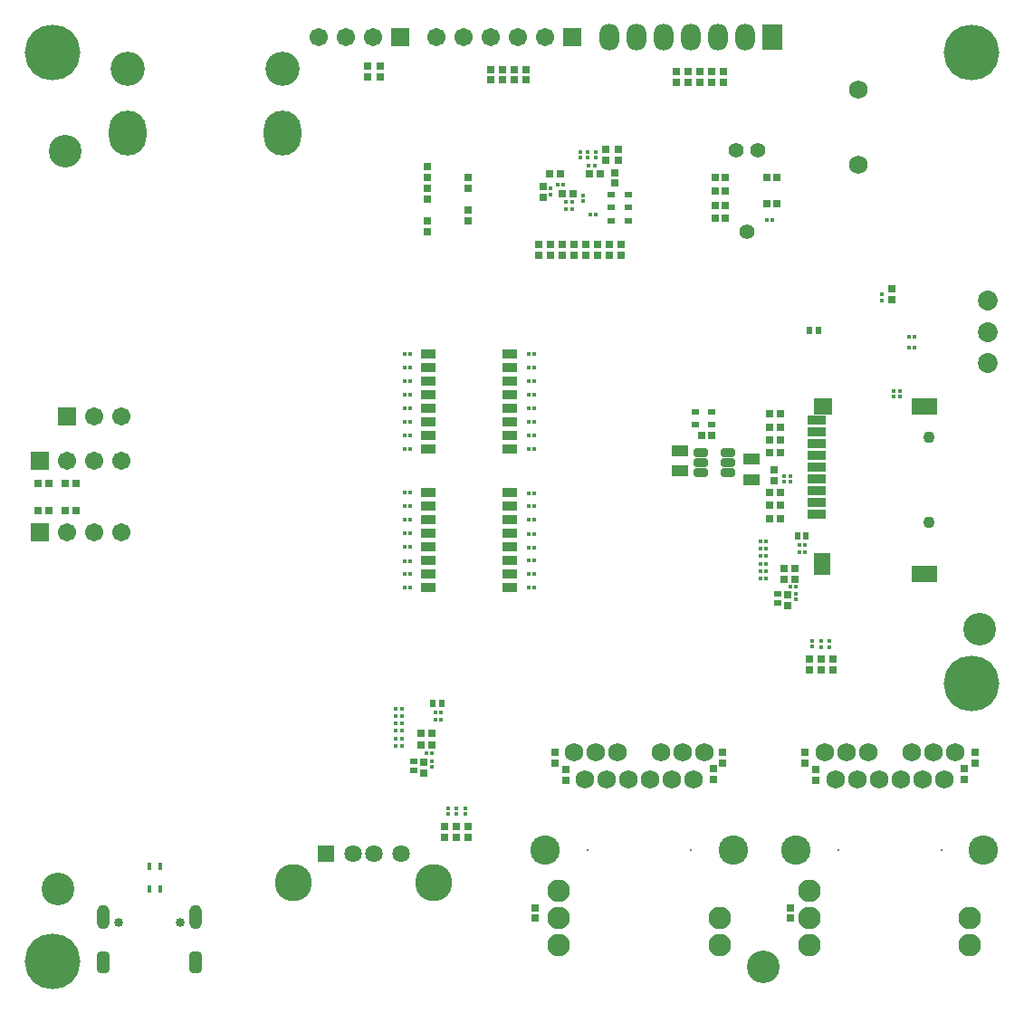
<source format=gbs>
G04*
G04 #@! TF.GenerationSoftware,Altium Limited,Altium Designer,18.1.6 (161)*
G04*
G04 Layer_Color=16711935*
%FSTAX24Y24*%
%MOIN*%
G70*
G01*
G75*
%ADD78R,0.0137X0.0297*%
%ADD88R,0.0150X0.0150*%
%ADD89R,0.0150X0.0150*%
%ADD91R,0.0316X0.0277*%
%ADD93R,0.0237X0.0277*%
%ADD94R,0.0280X0.0220*%
%ADD95R,0.0277X0.0316*%
%ADD99R,0.0277X0.0237*%
%ADD109R,0.0277X0.0277*%
%ADD110R,0.0316X0.0277*%
%ADD126R,0.0277X0.0316*%
G04:AMPARAMS|DCode=128|XSize=55.6mil|YSize=30.8mil|CornerRadius=6.9mil|HoleSize=0mil|Usage=FLASHONLY|Rotation=0.000|XOffset=0mil|YOffset=0mil|HoleType=Round|Shape=RoundedRectangle|*
%AMROUNDEDRECTD128*
21,1,0.0556,0.0171,0,0,0.0*
21,1,0.0419,0.0308,0,0,0.0*
1,1,0.0137,0.0210,-0.0086*
1,1,0.0137,-0.0210,-0.0086*
1,1,0.0137,-0.0210,0.0086*
1,1,0.0137,0.0210,0.0086*
%
%ADD128ROUNDEDRECTD128*%
%ADD133R,0.0277X0.0277*%
%ADD134R,0.0592X0.0434*%
%ADD136C,0.1200*%
%ADD145C,0.0680*%
%ADD146C,0.0830*%
%ADD147C,0.1080*%
%ADD148C,0.0080*%
%ADD149R,0.0671X0.0671*%
%ADD150C,0.0671*%
%ADD151C,0.2049*%
%ADD152C,0.0434*%
%ADD153C,0.0552*%
%ADD154C,0.0690*%
G04:AMPARAMS|DCode=155|XSize=78.9mil|YSize=47.4mil|CornerRadius=13.8mil|HoleSize=0mil|Usage=FLASHONLY|Rotation=90.000|XOffset=0mil|YOffset=0mil|HoleType=Round|Shape=RoundedRectangle|*
%AMROUNDEDRECTD155*
21,1,0.0789,0.0197,0,0,90.0*
21,1,0.0512,0.0474,0,0,90.0*
1,1,0.0277,0.0098,0.0256*
1,1,0.0277,0.0098,-0.0256*
1,1,0.0277,-0.0098,-0.0256*
1,1,0.0277,-0.0098,0.0256*
%
%ADD155ROUNDEDRECTD155*%
%ADD156O,0.0474X0.0907*%
%ADD157C,0.0336*%
%ADD158R,0.0642X0.0642*%
%ADD159C,0.0642*%
%ADD160C,0.1370*%
%ADD161C,0.0730*%
%ADD162O,0.1379X0.1655*%
%ADD163C,0.1261*%
%ADD164O,0.0730X0.0980*%
%ADD165R,0.0730X0.0980*%
%ADD210R,0.0580X0.0379*%
%ADD211R,0.0710X0.0356*%
%ADD212R,0.0710X0.0631*%
%ADD213R,0.0946X0.0631*%
%ADD214R,0.0631X0.0789*%
D78*
X03315Y018042D02*
D03*
X032756D02*
D03*
Y017233D02*
D03*
X03315D02*
D03*
D88*
X056535Y028087D02*
D03*
Y027878D02*
D03*
X05747Y026343D02*
D03*
Y026135D02*
D03*
X057156Y02635D02*
D03*
Y026142D02*
D03*
X057785Y026343D02*
D03*
Y026135D02*
D03*
X056339Y032218D02*
D03*
Y032427D02*
D03*
X056102Y032218D02*
D03*
Y032427D02*
D03*
X043148Y021718D02*
D03*
Y021927D02*
D03*
X060394Y035339D02*
D03*
Y035547D02*
D03*
X060157Y035339D02*
D03*
Y035547D02*
D03*
X059705Y038902D02*
D03*
Y03911D02*
D03*
X043748Y020191D02*
D03*
Y019982D02*
D03*
X044063Y020184D02*
D03*
Y019975D02*
D03*
X044378Y020184D02*
D03*
Y019975D02*
D03*
X049193Y044148D02*
D03*
Y044356D02*
D03*
X048701Y042762D02*
D03*
Y042553D02*
D03*
X047517Y042802D02*
D03*
Y04301D02*
D03*
X048632Y044148D02*
D03*
Y044356D02*
D03*
X048898Y044148D02*
D03*
Y044356D02*
D03*
D89*
X04214Y028307D02*
D03*
X042348D02*
D03*
X04214Y028809D02*
D03*
X042348D02*
D03*
X04214Y029301D02*
D03*
X042348D02*
D03*
X04214Y029813D02*
D03*
X042348D02*
D03*
X04214Y030305D02*
D03*
X042348D02*
D03*
X04214Y030817D02*
D03*
X042348D02*
D03*
X04214Y031309D02*
D03*
X042348D02*
D03*
X04214Y031811D02*
D03*
X042348D02*
D03*
X046703Y028307D02*
D03*
X046911D02*
D03*
X046703Y028809D02*
D03*
X046911D02*
D03*
X046703Y029311D02*
D03*
X046911D02*
D03*
X046703Y029803D02*
D03*
X046911D02*
D03*
X046703Y030295D02*
D03*
X046911D02*
D03*
X046703Y030807D02*
D03*
X046911D02*
D03*
X046703Y031309D02*
D03*
X046911D02*
D03*
Y031801D02*
D03*
X046703D02*
D03*
X055445Y028642D02*
D03*
X055236D02*
D03*
X055445Y03003D02*
D03*
X055236D02*
D03*
X055445Y028927D02*
D03*
X055236D02*
D03*
X055445Y029754D02*
D03*
X055236D02*
D03*
X056896Y029892D02*
D03*
X056687D02*
D03*
X056896Y029626D02*
D03*
X056687D02*
D03*
X055445Y029478D02*
D03*
X055236D02*
D03*
X055445Y029203D02*
D03*
X055236D02*
D03*
X056551Y028346D02*
D03*
X056343D02*
D03*
X041829Y02387D02*
D03*
X042037D02*
D03*
X043488Y023467D02*
D03*
X04328D02*
D03*
X043488Y023732D02*
D03*
X04328D02*
D03*
X042935Y022217D02*
D03*
X043144D02*
D03*
X042037Y022768D02*
D03*
X041829D02*
D03*
Y022482D02*
D03*
X042037D02*
D03*
Y023319D02*
D03*
X041829D02*
D03*
X042037Y023043D02*
D03*
X041829D02*
D03*
X055486Y04185D02*
D03*
X055695D02*
D03*
X060713Y037539D02*
D03*
X060921D02*
D03*
X041829Y023594D02*
D03*
X042037D02*
D03*
X060921Y037146D02*
D03*
X060713D02*
D03*
X046911Y034921D02*
D03*
X046703D02*
D03*
X046911Y036909D02*
D03*
X046703D02*
D03*
X046911Y036427D02*
D03*
X046703D02*
D03*
X046911Y035915D02*
D03*
X046703D02*
D03*
X046911Y035423D02*
D03*
X046703D02*
D03*
X046911Y034419D02*
D03*
X046703D02*
D03*
X046911Y033917D02*
D03*
X046703D02*
D03*
X046911Y033425D02*
D03*
X046703D02*
D03*
X042348Y034931D02*
D03*
X04214D02*
D03*
X042348Y036929D02*
D03*
X04214D02*
D03*
X042348Y036427D02*
D03*
X04214D02*
D03*
X042348Y035925D02*
D03*
X04214D02*
D03*
X042348Y035423D02*
D03*
X04214D02*
D03*
X042348Y034429D02*
D03*
X04214D02*
D03*
X042348Y033927D02*
D03*
X04214D02*
D03*
X042348Y033415D02*
D03*
X04214D02*
D03*
X049136Y043839D02*
D03*
X048927D02*
D03*
X048094Y04251D02*
D03*
X048303D02*
D03*
X04897Y042057D02*
D03*
X049179D02*
D03*
X048094Y042244D02*
D03*
X048303D02*
D03*
X047978Y043159D02*
D03*
X04777D02*
D03*
D91*
X028661Y03215D02*
D03*
X029055D02*
D03*
X030059Y031142D02*
D03*
X029665D02*
D03*
X029055D02*
D03*
X028661D02*
D03*
X029665Y03215D02*
D03*
X030059D02*
D03*
X055974Y030846D02*
D03*
X055581D02*
D03*
X055984Y031339D02*
D03*
X055591D02*
D03*
X055974Y031831D02*
D03*
X055581D02*
D03*
X055974Y033287D02*
D03*
X055581D02*
D03*
X055974Y03376D02*
D03*
X055581D02*
D03*
X055974Y034232D02*
D03*
X055581D02*
D03*
X055974Y034705D02*
D03*
X055581D02*
D03*
D93*
X056919Y030207D02*
D03*
X056604D02*
D03*
X043512Y024047D02*
D03*
X043197D02*
D03*
X057067Y037795D02*
D03*
X057382D02*
D03*
D94*
X049744Y042795D02*
D03*
X050374D02*
D03*
X053465Y034803D02*
D03*
X052835D02*
D03*
X052835Y034331D02*
D03*
X053465D02*
D03*
X050374Y042323D02*
D03*
X049744D02*
D03*
Y041831D02*
D03*
X050374D02*
D03*
D95*
X047884Y043543D02*
D03*
X04749D02*
D03*
X056516Y029016D02*
D03*
X056122D02*
D03*
X042754Y022945D02*
D03*
X043148D02*
D03*
X055866Y042441D02*
D03*
X055472D02*
D03*
X053965Y042402D02*
D03*
X053571D02*
D03*
X053571Y041929D02*
D03*
X053965D02*
D03*
X055866Y043425D02*
D03*
X055472D02*
D03*
X053571Y042913D02*
D03*
X053965D02*
D03*
X053571Y043425D02*
D03*
X053965D02*
D03*
X053465Y033937D02*
D03*
X053071D02*
D03*
X048957Y043543D02*
D03*
X04935D02*
D03*
X047953Y042835D02*
D03*
X048346D02*
D03*
D99*
X055876Y028071D02*
D03*
Y027756D02*
D03*
X042469Y021596D02*
D03*
Y021911D02*
D03*
D109*
X046967Y016144D02*
D03*
Y016537D02*
D03*
X056339Y016142D02*
D03*
Y016535D02*
D03*
X062756Y02126D02*
D03*
Y021654D02*
D03*
X06315Y022244D02*
D03*
Y02185D02*
D03*
X05689Y022244D02*
D03*
Y02185D02*
D03*
X057283Y02122D02*
D03*
Y021614D02*
D03*
X05625Y027657D02*
D03*
Y028051D02*
D03*
X055748Y032244D02*
D03*
Y032638D02*
D03*
X042843Y021892D02*
D03*
Y021498D02*
D03*
X048071Y02122D02*
D03*
Y021614D02*
D03*
X053514Y02125D02*
D03*
Y021644D02*
D03*
X047677Y022244D02*
D03*
Y02185D02*
D03*
X053858Y022244D02*
D03*
Y02185D02*
D03*
X060089Y038937D02*
D03*
Y039331D02*
D03*
X047244Y042677D02*
D03*
Y043071D02*
D03*
X049567Y044045D02*
D03*
Y044439D02*
D03*
D110*
X042992Y041831D02*
D03*
Y041437D02*
D03*
Y043022D02*
D03*
Y042628D02*
D03*
Y043809D02*
D03*
Y043415D02*
D03*
X057037Y025285D02*
D03*
Y025679D02*
D03*
X05747Y025285D02*
D03*
Y025679D02*
D03*
X057904Y025285D02*
D03*
Y025679D02*
D03*
X04363Y01952D02*
D03*
Y019126D02*
D03*
X044063Y01952D02*
D03*
Y019126D02*
D03*
X044496Y01952D02*
D03*
Y019126D02*
D03*
X050118Y040551D02*
D03*
Y040945D02*
D03*
X049685Y040551D02*
D03*
Y040945D02*
D03*
X049252Y040551D02*
D03*
Y040945D02*
D03*
X048819Y040551D02*
D03*
Y040945D02*
D03*
X048386Y040551D02*
D03*
Y040945D02*
D03*
X047953Y040551D02*
D03*
Y040945D02*
D03*
X04752Y040551D02*
D03*
Y040945D02*
D03*
X047087Y040551D02*
D03*
Y040945D02*
D03*
X049882Y043209D02*
D03*
Y043602D02*
D03*
X05003Y044045D02*
D03*
Y044439D02*
D03*
X044488Y043406D02*
D03*
Y043012D02*
D03*
Y041831D02*
D03*
Y042224D02*
D03*
D126*
X052598Y046929D02*
D03*
Y047323D02*
D03*
X053465Y046929D02*
D03*
Y047323D02*
D03*
X053032Y046929D02*
D03*
Y047323D02*
D03*
X052165Y046929D02*
D03*
Y047323D02*
D03*
X053898Y046929D02*
D03*
Y047323D02*
D03*
X046614Y047008D02*
D03*
Y047402D02*
D03*
X046181Y047008D02*
D03*
Y047402D02*
D03*
X045748Y047008D02*
D03*
Y047402D02*
D03*
X045315Y047008D02*
D03*
Y047402D02*
D03*
X04126Y047126D02*
D03*
Y04752D02*
D03*
X040787Y047126D02*
D03*
Y04752D02*
D03*
D128*
X054055Y033287D02*
D03*
Y032913D02*
D03*
Y032539D02*
D03*
X053067Y033287D02*
D03*
Y032913D02*
D03*
Y032539D02*
D03*
D133*
X056122Y028632D02*
D03*
X056516D02*
D03*
X043148Y022531D02*
D03*
X042754D02*
D03*
D134*
X052283Y032618D02*
D03*
Y033366D02*
D03*
X054921Y033051D02*
D03*
Y032303D02*
D03*
D136*
X02937Y017224D02*
D03*
X063327Y026772D02*
D03*
X055354Y01437D02*
D03*
X029665Y04439D02*
D03*
D145*
X050387Y021239D02*
D03*
X049587D02*
D03*
X052387Y022239D02*
D03*
X051587D02*
D03*
X052787Y021239D02*
D03*
X048787D02*
D03*
X053187Y022239D02*
D03*
X048387D02*
D03*
X051187Y021239D02*
D03*
X051987D02*
D03*
X049187Y022239D02*
D03*
X049987D02*
D03*
X059607Y021239D02*
D03*
X058807D02*
D03*
X061607Y022239D02*
D03*
X060807D02*
D03*
X062007Y021239D02*
D03*
X058007D02*
D03*
X062407Y022239D02*
D03*
X057607D02*
D03*
X060407Y021239D02*
D03*
X061207D02*
D03*
X058407Y022239D02*
D03*
X059207D02*
D03*
D146*
X047827Y016139D02*
D03*
X053747Y015139D02*
D03*
X047827Y017139D02*
D03*
X053747Y016139D02*
D03*
X047827Y015139D02*
D03*
X057047Y016139D02*
D03*
X062967Y015139D02*
D03*
X057047Y017139D02*
D03*
X062967Y016139D02*
D03*
X057047Y015139D02*
D03*
D147*
X047327Y018639D02*
D03*
X054247D02*
D03*
X056547D02*
D03*
X063467D02*
D03*
D148*
X052687D02*
D03*
X048887D02*
D03*
X061907D02*
D03*
X058107D02*
D03*
D149*
X028709Y032992D02*
D03*
X028724Y030354D02*
D03*
X029709Y034606D02*
D03*
X041984Y048583D02*
D03*
X048331D02*
D03*
D150*
X029709Y032992D02*
D03*
X030709D02*
D03*
X031709D02*
D03*
X031724Y030354D02*
D03*
X030724D02*
D03*
X029724D02*
D03*
X030709Y034606D02*
D03*
X031709D02*
D03*
X040984Y048583D02*
D03*
X039984D02*
D03*
X038984D02*
D03*
X047331D02*
D03*
X046331D02*
D03*
X045331D02*
D03*
X044331D02*
D03*
X043331D02*
D03*
D151*
X063032Y024803D02*
D03*
X029173Y014567D02*
D03*
Y048032D02*
D03*
X063032D02*
D03*
D152*
X061457Y033858D02*
D03*
Y030709D02*
D03*
D153*
X054738Y041413D02*
D03*
X054339Y044413D02*
D03*
X055138D02*
D03*
D154*
X058858Y043892D02*
D03*
Y046648D02*
D03*
D155*
X031055Y014528D02*
D03*
X034457D02*
D03*
D156*
X031055Y016173D02*
D03*
X034457D02*
D03*
D157*
X033894Y015976D02*
D03*
X031618D02*
D03*
D158*
X039252Y018508D02*
D03*
D159*
X040236D02*
D03*
X041024D02*
D03*
X042008D02*
D03*
D160*
X038043Y017441D02*
D03*
X043217D02*
D03*
D161*
X063632Y037726D02*
D03*
Y038878D02*
D03*
Y036585D02*
D03*
D162*
X031949Y045069D02*
D03*
X037657D02*
D03*
D163*
Y047415D02*
D03*
X031949D02*
D03*
D164*
X049677Y048583D02*
D03*
X051677D02*
D03*
X054677D02*
D03*
X053677D02*
D03*
X052677D02*
D03*
X050677D02*
D03*
D165*
X055677D02*
D03*
D210*
X043008Y031809D02*
D03*
Y031309D02*
D03*
Y030809D02*
D03*
Y030309D02*
D03*
Y029809D02*
D03*
Y029309D02*
D03*
Y028809D02*
D03*
Y028309D02*
D03*
X046008D02*
D03*
Y028809D02*
D03*
Y029309D02*
D03*
Y029809D02*
D03*
Y030309D02*
D03*
Y030809D02*
D03*
Y031309D02*
D03*
Y031809D02*
D03*
X046008Y036927D02*
D03*
Y036427D02*
D03*
Y035927D02*
D03*
Y035427D02*
D03*
Y034927D02*
D03*
Y034427D02*
D03*
Y033927D02*
D03*
Y033427D02*
D03*
X043008D02*
D03*
Y033927D02*
D03*
Y034427D02*
D03*
Y034927D02*
D03*
Y035427D02*
D03*
Y035927D02*
D03*
Y036427D02*
D03*
Y036927D02*
D03*
D211*
X057323Y031024D02*
D03*
Y031457D02*
D03*
Y03189D02*
D03*
Y032323D02*
D03*
Y032756D02*
D03*
Y033189D02*
D03*
Y033622D02*
D03*
Y034055D02*
D03*
Y034488D02*
D03*
D212*
X057559Y035D02*
D03*
D213*
X061299D02*
D03*
Y028819D02*
D03*
D214*
X05752Y029173D02*
D03*
M02*

</source>
